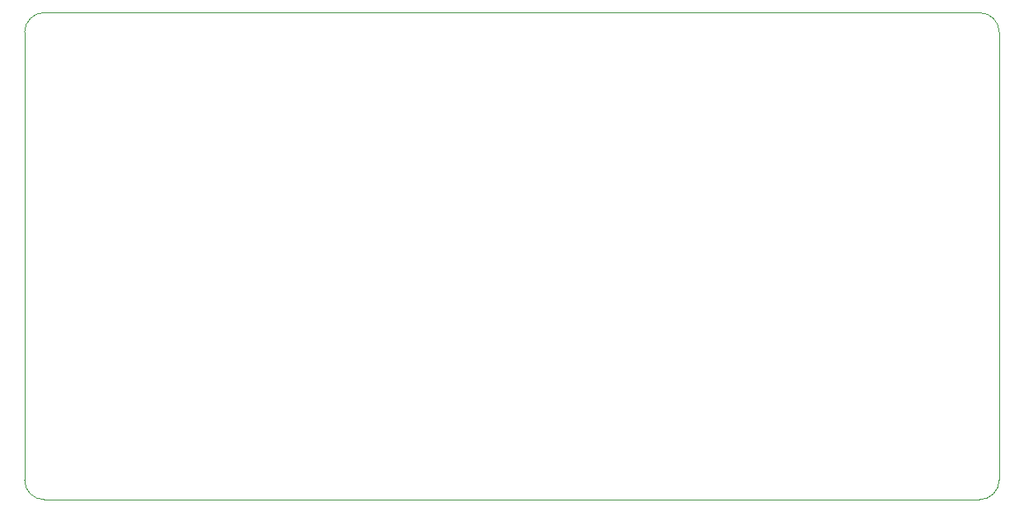
<source format=gbr>
%TF.GenerationSoftware,KiCad,Pcbnew,5.1.9-73d0e3b20d~88~ubuntu20.04.1*%
%TF.CreationDate,2021-03-25T20:20:19-05:00*%
%TF.ProjectId,DroneController,44726f6e-6543-46f6-9e74-726f6c6c6572,rev?*%
%TF.SameCoordinates,Original*%
%TF.FileFunction,Profile,NP*%
%FSLAX46Y46*%
G04 Gerber Fmt 4.6, Leading zero omitted, Abs format (unit mm)*
G04 Created by KiCad (PCBNEW 5.1.9-73d0e3b20d~88~ubuntu20.04.1) date 2021-03-25 20:20:19*
%MOMM*%
%LPD*%
G01*
G04 APERTURE LIST*
%TA.AperFunction,Profile*%
%ADD10C,0.050000*%
%TD*%
G04 APERTURE END LIST*
D10*
X210000000Y-82000000D02*
X210000000Y-128000000D01*
X208000000Y-80000000D02*
G75*
G02*
X210000000Y-82000000I0J-2000000D01*
G01*
X112000000Y-80000000D02*
X208000000Y-80000000D01*
X110000000Y-82000000D02*
G75*
G02*
X112000000Y-80000000I2000000J0D01*
G01*
X110000000Y-128000000D02*
X110000000Y-82000000D01*
X112000000Y-130000000D02*
G75*
G02*
X110000000Y-128000000I0J2000000D01*
G01*
X210000000Y-128000000D02*
G75*
G02*
X208000000Y-130000000I-2000000J0D01*
G01*
X112000000Y-130000000D02*
X208000000Y-130000000D01*
M02*

</source>
